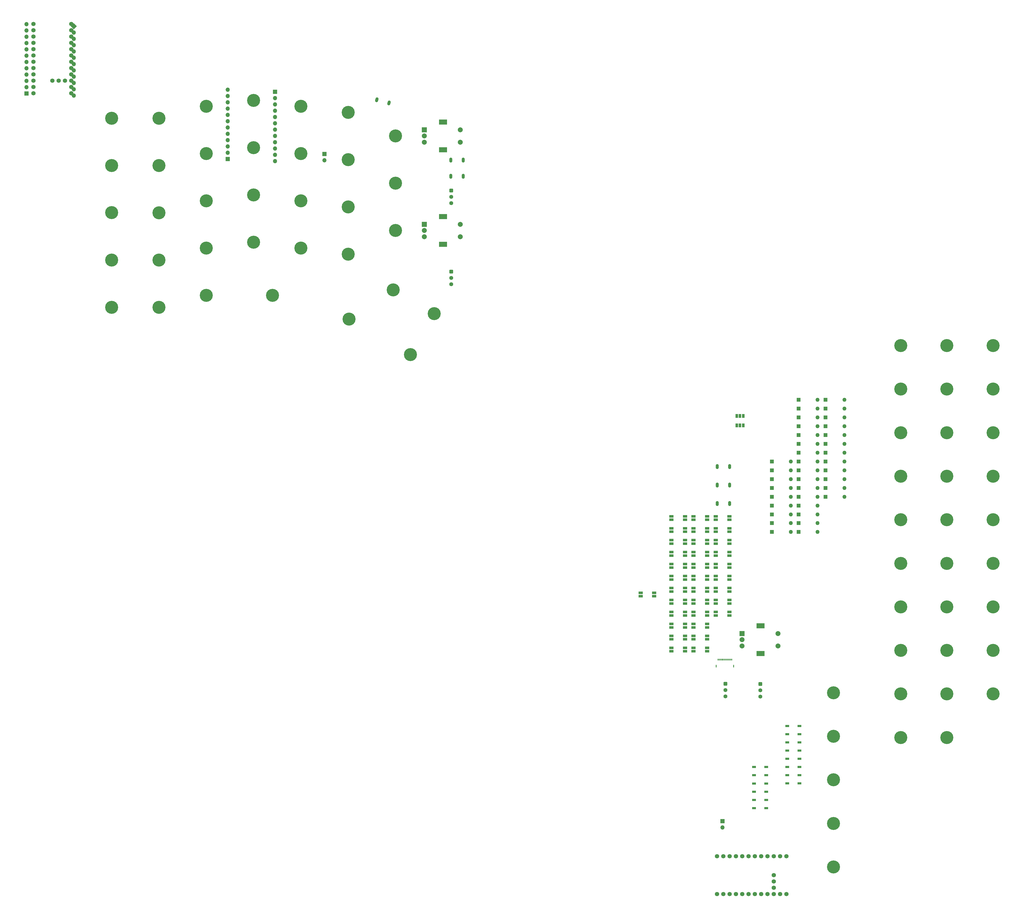
<source format=gbr>
%TF.GenerationSoftware,KiCad,Pcbnew,7.0.8*%
%TF.CreationDate,2024-02-13T23:06:57-05:00*%
%TF.ProjectId,ergothwack,6572676f-7468-4776-9163-6b2e6b696361,rev?*%
%TF.SameCoordinates,Original*%
%TF.FileFunction,Soldermask,Top*%
%TF.FilePolarity,Negative*%
%FSLAX46Y46*%
G04 Gerber Fmt 4.6, Leading zero omitted, Abs format (unit mm)*
G04 Created by KiCad (PCBNEW 7.0.8) date 2024-02-13 23:06:57*
%MOMM*%
%LPD*%
G01*
G04 APERTURE LIST*
G04 Aperture macros list*
%AMRoundRect*
0 Rectangle with rounded corners*
0 $1 Rounding radius*
0 $2 $3 $4 $5 $6 $7 $8 $9 X,Y pos of 4 corners*
0 Add a 4 corners polygon primitive as box body*
4,1,4,$2,$3,$4,$5,$6,$7,$8,$9,$2,$3,0*
0 Add four circle primitives for the rounded corners*
1,1,$1+$1,$2,$3*
1,1,$1+$1,$4,$5*
1,1,$1+$1,$6,$7*
1,1,$1+$1,$8,$9*
0 Add four rect primitives between the rounded corners*
20,1,$1+$1,$2,$3,$4,$5,0*
20,1,$1+$1,$4,$5,$6,$7,0*
20,1,$1+$1,$6,$7,$8,$9,0*
20,1,$1+$1,$8,$9,$2,$3,0*%
%AMHorizOval*
0 Thick line with rounded ends*
0 $1 width*
0 $2 $3 position (X,Y) of the first rounded end (center of the circle)*
0 $4 $5 position (X,Y) of the second rounded end (center of the circle)*
0 Add line between two ends*
20,1,$1,$2,$3,$4,$5,0*
0 Add two circle primitives to create the rounded ends*
1,1,$1,$2,$3*
1,1,$1,$4,$5*%
%AMRotRect*
0 Rectangle, with rotation*
0 The origin of the aperture is its center*
0 $1 length*
0 $2 width*
0 $3 Rotation angle, in degrees counterclockwise*
0 Add horizontal line*
21,1,$1,$2,0,0,$3*%
G04 Aperture macros list end*
%ADD10C,1.600000*%
%ADD11RoundRect,0.400000X0.400000X0.400000X-0.400000X0.400000X-0.400000X-0.400000X0.400000X-0.400000X0*%
%ADD12R,1.700000X1.700000*%
%ADD13O,1.700000X1.700000*%
%ADD14RotRect,1.700000X1.700000X45.000000*%
%ADD15R,1.700000X1.000000*%
%ADD16R,1.500000X0.900000*%
%ADD17O,1.250000X2.000000*%
%ADD18C,5.250000*%
%ADD19R,2.000000X2.000000*%
%ADD20C,2.000000*%
%ADD21R,3.200000X2.000000*%
%ADD22C,1.752600*%
%ADD23R,1.000000X1.500000*%
%ADD24R,0.300000X1.000000*%
%ADD25R,0.300000X0.700000*%
%ADD26HorizOval,1.250000X-0.090721X-0.363861X0.090721X0.363861X0*%
%ADD27R,1.600000X1.600000*%
%ADD28O,1.600000X1.600000*%
G04 APERTURE END LIST*
D10*
%TO.C,L-SW-BATT1*%
X187470000Y-124740000D03*
X187470000Y-122200000D03*
D11*
X187470000Y-119660000D03*
%TD*%
D12*
%TO.C,L-n!n-L-Socket1*%
X116560000Y-47180000D03*
D13*
X116560000Y-49720000D03*
X116560000Y-52260000D03*
X116560000Y-54800000D03*
X116560000Y-57340000D03*
X116560000Y-59880000D03*
X116560000Y-62420000D03*
X116560000Y-64960000D03*
X116560000Y-67500000D03*
X116560000Y-70040000D03*
X116560000Y-72580000D03*
X116560000Y-75120000D03*
%TD*%
%TO.C,L-n!n-L-Adapter1*%
X35530000Y-48690000D03*
X35530000Y-46150000D03*
X35530000Y-43610000D03*
X35530000Y-41070000D03*
X35530000Y-38530000D03*
X35530000Y-35990000D03*
X35530000Y-33450000D03*
X35530000Y-30910000D03*
X35530000Y-28370000D03*
X35530000Y-25830000D03*
X35530000Y-23290000D03*
D14*
X35530000Y-20750000D03*
%TD*%
D12*
%TO.C,J4*%
X16480000Y-47840000D03*
D13*
X16480000Y-45300000D03*
X16480000Y-42760000D03*
X16480000Y-40220000D03*
X16480000Y-37680000D03*
X16480000Y-35140000D03*
X16480000Y-32600000D03*
X16480000Y-30060000D03*
X16480000Y-27520000D03*
X16480000Y-24980000D03*
X16480000Y-22440000D03*
X16480000Y-19900000D03*
%TD*%
%TO.C,J3*%
X97510000Y-46330000D03*
X97510000Y-48870000D03*
X97510000Y-51410000D03*
X97510000Y-53950000D03*
X97510000Y-56490000D03*
X97510000Y-59030000D03*
X97510000Y-61570000D03*
X97510000Y-64110000D03*
X97510000Y-66650000D03*
X97510000Y-69190000D03*
X97510000Y-71730000D03*
D12*
X97510000Y-74270000D03*
%TD*%
D15*
%TO.C,R-K-LED36*%
X299500000Y-256830000D03*
X299500000Y-258230000D03*
X294000000Y-258230000D03*
X294000000Y-256830000D03*
%TD*%
%TO.C,R-K-LED35*%
X299500000Y-252010000D03*
X299500000Y-253410000D03*
X294000000Y-253410000D03*
X294000000Y-252010000D03*
%TD*%
%TO.C,R-K-LED34*%
X299500000Y-247190000D03*
X299500000Y-248590000D03*
X294000000Y-248590000D03*
X294000000Y-247190000D03*
%TD*%
%TO.C,R-K-LED33*%
X299500000Y-242370000D03*
X299500000Y-243770000D03*
X294000000Y-243770000D03*
X294000000Y-242370000D03*
%TD*%
%TO.C,R-K-LED32*%
X299500000Y-237550000D03*
X299500000Y-238950000D03*
X294000000Y-238950000D03*
X294000000Y-237550000D03*
%TD*%
%TO.C,R-K-LED31*%
X299500000Y-232730000D03*
X299500000Y-234130000D03*
X294000000Y-234130000D03*
X294000000Y-232730000D03*
%TD*%
%TO.C,R-K-LED30*%
X299500000Y-227910000D03*
X299500000Y-229310000D03*
X294000000Y-229310000D03*
X294000000Y-227910000D03*
%TD*%
%TO.C,R-K-LED29*%
X299500000Y-223090000D03*
X299500000Y-224490000D03*
X294000000Y-224490000D03*
X294000000Y-223090000D03*
%TD*%
%TO.C,R-K-LED28*%
X299500000Y-218270000D03*
X299500000Y-219670000D03*
X294000000Y-219670000D03*
X294000000Y-218270000D03*
%TD*%
%TO.C,R-K-LED27*%
X290580000Y-271290000D03*
X290580000Y-272690000D03*
X285080000Y-272690000D03*
X285080000Y-271290000D03*
%TD*%
%TO.C,R-K-LED26*%
X290580000Y-266470000D03*
X290580000Y-267870000D03*
X285080000Y-267870000D03*
X285080000Y-266470000D03*
%TD*%
%TO.C,R-K-LED25*%
X290580000Y-261650000D03*
X290580000Y-263050000D03*
X285080000Y-263050000D03*
X285080000Y-261650000D03*
%TD*%
%TO.C,R-K-LED24*%
X290580000Y-256830000D03*
X290580000Y-258230000D03*
X285080000Y-258230000D03*
X285080000Y-256830000D03*
%TD*%
%TO.C,R-K-LED23*%
X290580000Y-252010000D03*
X290580000Y-253410000D03*
X285080000Y-253410000D03*
X285080000Y-252010000D03*
%TD*%
%TO.C,R-K-LED22*%
X290580000Y-247190000D03*
X290580000Y-248590000D03*
X285080000Y-248590000D03*
X285080000Y-247190000D03*
%TD*%
%TO.C,R-K-LED21*%
X290580000Y-242370000D03*
X290580000Y-243770000D03*
X285080000Y-243770000D03*
X285080000Y-242370000D03*
%TD*%
%TO.C,R-K-LED20*%
X290580000Y-237550000D03*
X290580000Y-238950000D03*
X285080000Y-238950000D03*
X285080000Y-237550000D03*
%TD*%
%TO.C,R-K-LED19*%
X290580000Y-232730000D03*
X290580000Y-234130000D03*
X285080000Y-234130000D03*
X285080000Y-232730000D03*
%TD*%
%TO.C,R-K-LED18*%
X290580000Y-227910000D03*
X290580000Y-229310000D03*
X285080000Y-229310000D03*
X285080000Y-227910000D03*
%TD*%
%TO.C,R-K-LED17*%
X290580000Y-223090000D03*
X290580000Y-224490000D03*
X285080000Y-224490000D03*
X285080000Y-223090000D03*
%TD*%
%TO.C,R-K-LED16*%
X290580000Y-218270000D03*
X290580000Y-219670000D03*
X285080000Y-219670000D03*
X285080000Y-218270000D03*
%TD*%
%TO.C,R-K-LED14*%
X281660000Y-271290000D03*
X281660000Y-272690000D03*
X276160000Y-272690000D03*
X276160000Y-271290000D03*
%TD*%
%TO.C,R-K-LED13*%
X281660000Y-266470000D03*
X281660000Y-267870000D03*
X276160000Y-267870000D03*
X276160000Y-266470000D03*
%TD*%
%TO.C,R-K-LED12*%
X281660000Y-261650000D03*
X281660000Y-263050000D03*
X276160000Y-263050000D03*
X276160000Y-261650000D03*
%TD*%
%TO.C,R-K-LED11*%
X281660000Y-256830000D03*
X281660000Y-258230000D03*
X276160000Y-258230000D03*
X276160000Y-256830000D03*
%TD*%
%TO.C,R-K-LED10*%
X281660000Y-252010000D03*
X281660000Y-253410000D03*
X276160000Y-253410000D03*
X276160000Y-252010000D03*
%TD*%
%TO.C,R-K-LED9*%
X281660000Y-247190000D03*
X281660000Y-248590000D03*
X276160000Y-248590000D03*
X276160000Y-247190000D03*
%TD*%
%TO.C,R-K-LED7*%
X281660000Y-242370000D03*
X281660000Y-243770000D03*
X276160000Y-243770000D03*
X276160000Y-242370000D03*
%TD*%
%TO.C,R-K-LED6*%
X281660000Y-237550000D03*
X281660000Y-238950000D03*
X276160000Y-238950000D03*
X276160000Y-237550000D03*
%TD*%
%TO.C,R-K-LED5*%
X281660000Y-232730000D03*
X281660000Y-234130000D03*
X276160000Y-234130000D03*
X276160000Y-232730000D03*
%TD*%
%TO.C,R-K-LED4*%
X281660000Y-227910000D03*
X281660000Y-229310000D03*
X276160000Y-229310000D03*
X276160000Y-227910000D03*
%TD*%
%TO.C,R-K-LED3*%
X281660000Y-223090000D03*
X281660000Y-224490000D03*
X276160000Y-224490000D03*
X276160000Y-223090000D03*
%TD*%
%TO.C,R-K-LED2*%
X281660000Y-218270000D03*
X281660000Y-219670000D03*
X276160000Y-219670000D03*
X276160000Y-218270000D03*
%TD*%
%TO.C,R-K-LED1*%
X269250000Y-249110000D03*
X269250000Y-250510000D03*
X263750000Y-250510000D03*
X263750000Y-249110000D03*
%TD*%
D16*
%TO.C,R-UG-LED6*%
X327700000Y-322630000D03*
X327700000Y-325930000D03*
X322800000Y-325930000D03*
X322800000Y-322630000D03*
%TD*%
%TO.C,R-UG-LED5*%
X327700000Y-316010000D03*
X327700000Y-319310000D03*
X322800000Y-319310000D03*
X322800000Y-316010000D03*
%TD*%
%TO.C,R-UG-LED4*%
X327700000Y-309390000D03*
X327700000Y-312690000D03*
X322800000Y-312690000D03*
X322800000Y-309390000D03*
%TD*%
%TO.C,R-UG-LED3*%
X327700000Y-302770000D03*
X327700000Y-306070000D03*
X322800000Y-306070000D03*
X322800000Y-302770000D03*
%TD*%
%TO.C,R-UG-LED2*%
X314310000Y-332580000D03*
X314310000Y-335880000D03*
X309410000Y-335880000D03*
X309410000Y-332580000D03*
%TD*%
%TO.C,R-UG-LED1*%
X314310000Y-325960000D03*
X314310000Y-329260000D03*
X309410000Y-329260000D03*
X309410000Y-325960000D03*
%TD*%
%TO.C,R-UG-LED0*%
X314310000Y-319340000D03*
X314310000Y-322640000D03*
X309410000Y-322640000D03*
X309410000Y-319340000D03*
%TD*%
D17*
%TO.C,R-TS-RST1*%
X294568000Y-213178400D03*
X299568000Y-213178400D03*
%TD*%
%TO.C,R-TS-LED-UP1*%
X294568000Y-205727600D03*
X299568000Y-205727600D03*
%TD*%
%TO.C,R-TS-LED-DOWN1*%
X294568000Y-198276800D03*
X299568000Y-198276800D03*
%TD*%
D18*
%TO.C,R-SW36*%
X405705000Y-289880000D03*
%TD*%
%TO.C,R-SW35*%
X405705000Y-272330000D03*
%TD*%
%TO.C,R-SW34*%
X405705000Y-254780000D03*
%TD*%
%TO.C,R-SW33*%
X405705000Y-237230000D03*
%TD*%
%TO.C,R-SW32*%
X405705000Y-219680000D03*
%TD*%
%TO.C,R-SW31*%
X405705000Y-202130000D03*
%TD*%
%TO.C,R-SW30*%
X405705000Y-184580000D03*
%TD*%
%TO.C,R-SW29*%
X405705000Y-167030000D03*
%TD*%
%TO.C,R-SW28*%
X405705000Y-149480000D03*
%TD*%
%TO.C,R-SW27*%
X387105000Y-307430000D03*
%TD*%
%TO.C,R-SW26*%
X387105000Y-289880000D03*
%TD*%
%TO.C,R-SW25*%
X387105000Y-272330000D03*
%TD*%
%TO.C,R-SW24*%
X387105000Y-254780000D03*
%TD*%
%TO.C,R-SW23*%
X387105000Y-237230000D03*
%TD*%
%TO.C,R-SW22*%
X387105000Y-219680000D03*
%TD*%
%TO.C,R-SW21*%
X387105000Y-202130000D03*
%TD*%
%TO.C,R-SW20*%
X387105000Y-184580000D03*
%TD*%
%TO.C,R-SW19*%
X387105000Y-167030000D03*
%TD*%
%TO.C,R-SW18*%
X387105000Y-149480000D03*
%TD*%
%TO.C,R-SW17*%
X368505000Y-307430000D03*
%TD*%
%TO.C,R-SW16*%
X368505000Y-289880000D03*
%TD*%
%TO.C,R-SW14*%
X368505000Y-272330000D03*
%TD*%
%TO.C,R-SW13*%
X368505000Y-254780000D03*
%TD*%
%TO.C,R-SW12*%
X368505000Y-237230000D03*
%TD*%
%TO.C,R-SW11*%
X368505000Y-219680000D03*
%TD*%
%TO.C,R-SW10*%
X368505000Y-202130000D03*
%TD*%
%TO.C,R-SW9*%
X368505000Y-184580000D03*
%TD*%
%TO.C,R-SW7*%
X368505000Y-167030000D03*
%TD*%
%TO.C,R-SW6*%
X368505000Y-149480000D03*
%TD*%
%TO.C,R-SW5*%
X341405000Y-359610000D03*
%TD*%
%TO.C,R-SW4*%
X341405000Y-342060000D03*
%TD*%
%TO.C,R-SW3*%
X341405000Y-324510000D03*
%TD*%
%TO.C,R-SW2*%
X341405000Y-306960000D03*
%TD*%
%TO.C,R-SW1*%
X341405000Y-289410000D03*
%TD*%
D11*
%TO.C,R-SW-LED1*%
X311930500Y-285895400D03*
D10*
X311930500Y-288435400D03*
X311930500Y-290975400D03*
%TD*%
D11*
%TO.C,R-SW-BATT1*%
X297910500Y-285765400D03*
D10*
X297910500Y-288305400D03*
X297910500Y-290845400D03*
%TD*%
D19*
%TO.C,R-RE0*%
X304560000Y-265520000D03*
D20*
X304560000Y-270520000D03*
X304560000Y-268020000D03*
D21*
X312060000Y-273620000D03*
X312060000Y-262420000D03*
D20*
X319060000Y-270520000D03*
X319060000Y-265520000D03*
%TD*%
D22*
%TO.C,R-n!n1*%
X294536750Y-370500000D03*
X297076750Y-370500000D03*
X299616750Y-370500000D03*
X302156750Y-370500000D03*
X304696750Y-370500000D03*
X307236750Y-370500000D03*
X309776750Y-370500000D03*
X312316750Y-370500000D03*
X314856750Y-370500000D03*
X317396750Y-370500000D03*
X319936750Y-370500000D03*
X322476750Y-370500000D03*
X322476750Y-355260000D03*
X319936750Y-355260000D03*
X317396750Y-355260000D03*
X314856750Y-355260000D03*
X312316750Y-355260000D03*
X309776750Y-355260000D03*
X307236750Y-355260000D03*
X304696750Y-355260000D03*
X302156750Y-355260000D03*
X299616750Y-355260000D03*
X297076750Y-355260000D03*
X294536750Y-355260000D03*
X317396750Y-367960000D03*
X317396750Y-365420000D03*
X317396750Y-362880000D03*
%TD*%
D23*
%TO.C,R-LED-JP1*%
X302468000Y-181644000D03*
X303768000Y-181644000D03*
X305068000Y-181644000D03*
%TD*%
%TO.C,R-CRQ-JP1*%
X302468000Y-177809000D03*
X303768000Y-177809000D03*
X305068000Y-177809000D03*
%TD*%
D24*
%TO.C,R-CRQ-CONN1*%
X294148000Y-278674000D03*
X301228000Y-278674000D03*
D25*
X294938000Y-276024000D03*
X295438000Y-276024000D03*
X295938000Y-276024000D03*
X296438000Y-276024000D03*
X296938000Y-276024000D03*
X297438000Y-276024000D03*
X297938000Y-276024000D03*
X298438000Y-276024000D03*
X298938000Y-276024000D03*
X299438000Y-276024000D03*
X299938000Y-276024000D03*
X300438000Y-276024000D03*
%TD*%
D12*
%TO.C,R-BATT-CONN1*%
X296700000Y-341145000D03*
D13*
X296700000Y-343685000D03*
%TD*%
D26*
%TO.C,L-TS-RST1*%
X162420000Y-51640000D03*
X157568522Y-50430390D03*
%TD*%
D17*
%TO.C,L-TS-LED-UP1*%
X187340000Y-74720000D03*
X192340000Y-74720000D03*
%TD*%
%TO.C,L-TS-LED-DOWN1*%
X187330000Y-81230000D03*
X192330000Y-81230000D03*
%TD*%
D18*
%TO.C,L-SW38*%
X180630000Y-136580000D03*
%TD*%
%TO.C,L-SW37*%
X171090000Y-153090000D03*
%TD*%
%TO.C,L-SW36*%
X146320000Y-138790000D03*
%TD*%
%TO.C,L-SW35*%
X115550000Y-129260000D03*
%TD*%
%TO.C,L-SW34*%
X88880000Y-129260000D03*
%TD*%
%TO.C,L-SW33*%
X69840000Y-134020000D03*
%TD*%
%TO.C,L-SW32*%
X50780000Y-134020000D03*
%TD*%
%TO.C,L-SW30*%
X164120000Y-127050000D03*
%TD*%
%TO.C,L-SW29*%
X146030000Y-112610000D03*
%TD*%
%TO.C,L-SW28*%
X126980000Y-110210000D03*
%TD*%
%TO.C,L-SW27*%
X107930000Y-107850000D03*
%TD*%
%TO.C,L-SW26*%
X88880000Y-110210000D03*
%TD*%
%TO.C,L-SW25*%
X69840000Y-114970000D03*
%TD*%
%TO.C,L-SW24*%
X50780000Y-114970000D03*
%TD*%
%TO.C,L-SW22*%
X165080000Y-103080000D03*
%TD*%
%TO.C,L-SW21*%
X146030000Y-93550000D03*
%TD*%
%TO.C,L-SW20*%
X126980000Y-91160000D03*
%TD*%
%TO.C,L-SW19*%
X107930000Y-88780000D03*
%TD*%
%TO.C,L-SW18*%
X88880000Y-91160000D03*
%TD*%
%TO.C,L-SW17*%
X69830000Y-95920000D03*
%TD*%
%TO.C,L-SW16*%
X50790000Y-95910000D03*
%TD*%
%TO.C,L-SW14*%
X165090000Y-84030000D03*
%TD*%
%TO.C,L-SW13*%
X146030000Y-74510000D03*
%TD*%
%TO.C,L-SW12*%
X126980000Y-72110000D03*
%TD*%
%TO.C,L-SW11*%
X107940000Y-69750000D03*
%TD*%
%TO.C,L-SW10*%
X88880000Y-72110000D03*
%TD*%
%TO.C,L-SW9*%
X69830000Y-76870000D03*
%TD*%
%TO.C,L-SW8*%
X50790000Y-76870000D03*
%TD*%
%TO.C,L-SW6*%
X165080000Y-64980000D03*
%TD*%
%TO.C,L-SW5*%
X146030000Y-55460000D03*
%TD*%
%TO.C,L-SW4*%
X126990000Y-53060000D03*
%TD*%
%TO.C,L-SW3*%
X107930000Y-50700000D03*
%TD*%
%TO.C,L-SW2*%
X88890000Y-53060000D03*
%TD*%
%TO.C,L-SW1*%
X69830000Y-57820000D03*
%TD*%
%TO.C,L-SW0*%
X50780000Y-57820000D03*
%TD*%
D11*
%TO.C,L-SW-LED1*%
X187470500Y-86965400D03*
D10*
X187470500Y-89505400D03*
X187470500Y-92045400D03*
%TD*%
D20*
%TO.C,L-RE1*%
X191170000Y-100580000D03*
X191170000Y-105580000D03*
D21*
X184170000Y-97480000D03*
X184170000Y-108680000D03*
D20*
X176670000Y-103080000D03*
X176670000Y-105580000D03*
D19*
X176670000Y-100580000D03*
%TD*%
D20*
%TO.C,L-RE0*%
X191170000Y-62480000D03*
X191170000Y-67480000D03*
D21*
X184170000Y-59380000D03*
X184170000Y-70580000D03*
D20*
X176670000Y-64980000D03*
X176670000Y-67480000D03*
D19*
X176670000Y-62480000D03*
%TD*%
D22*
%TO.C,L-n!n1*%
X26870000Y-42740000D03*
X29410000Y-42740000D03*
X31950000Y-42740000D03*
X19250000Y-19880000D03*
X19250000Y-22420000D03*
X19250000Y-24960000D03*
X19250000Y-27500000D03*
X19250000Y-30040000D03*
X19250000Y-32580000D03*
X19250000Y-35120000D03*
X19250000Y-37660000D03*
X19250000Y-40200000D03*
X19250000Y-42740000D03*
X19250000Y-45280000D03*
X19250000Y-47820000D03*
X34490000Y-47820000D03*
X34490000Y-45280000D03*
X34490000Y-42740000D03*
X34490000Y-40200000D03*
X34490000Y-37660000D03*
X34490000Y-35120000D03*
X34490000Y-32580000D03*
X34490000Y-30040000D03*
X34490000Y-27500000D03*
X34490000Y-24960000D03*
X34490000Y-22420000D03*
X34490000Y-19880000D03*
%TD*%
D12*
%TO.C,L-BATT-CONN1*%
X136470000Y-72225000D03*
D13*
X136470000Y-74765000D03*
%TD*%
D27*
%TO.C,R-D29*%
X338180000Y-210400000D03*
D28*
X345800000Y-210400000D03*
%TD*%
D27*
%TO.C,R-D21*%
X338180000Y-206850000D03*
D28*
X345800000Y-206850000D03*
%TD*%
D27*
%TO.C,R-D14*%
X338180000Y-203300000D03*
D28*
X345800000Y-203300000D03*
%TD*%
D27*
%TO.C,R-D7*%
X338180000Y-199750000D03*
D28*
X345800000Y-199750000D03*
%TD*%
D27*
%TO.C,R-D35*%
X338180000Y-196200000D03*
D28*
X345800000Y-196200000D03*
%TD*%
D27*
%TO.C,R-D28*%
X338180000Y-192650000D03*
D28*
X345800000Y-192650000D03*
%TD*%
D27*
%TO.C,R-D20*%
X338180000Y-189100000D03*
D28*
X345800000Y-189100000D03*
%TD*%
D27*
%TO.C,R-D13*%
X338180000Y-185550000D03*
D28*
X345800000Y-185550000D03*
%TD*%
D27*
%TO.C,R-D6*%
X338180000Y-182000000D03*
D28*
X345800000Y-182000000D03*
%TD*%
D27*
%TO.C,R-D34*%
X338180000Y-178450000D03*
D28*
X345800000Y-178450000D03*
%TD*%
D27*
%TO.C,R-D27*%
X338180000Y-174900000D03*
D28*
X345800000Y-174900000D03*
%TD*%
D27*
%TO.C,R-D19*%
X338180000Y-171350000D03*
D28*
X345800000Y-171350000D03*
%TD*%
D27*
%TO.C,R-D12*%
X327410000Y-224600000D03*
D28*
X335030000Y-224600000D03*
%TD*%
D27*
%TO.C,R-D5*%
X327410000Y-221050000D03*
D28*
X335030000Y-221050000D03*
%TD*%
D27*
%TO.C,R-D33*%
X327410000Y-217500000D03*
D28*
X335030000Y-217500000D03*
%TD*%
D27*
%TO.C,R-D26*%
X327410000Y-213950000D03*
D28*
X335030000Y-213950000D03*
%TD*%
D27*
%TO.C,R-D18*%
X327410000Y-210400000D03*
D28*
X335030000Y-210400000D03*
%TD*%
D27*
%TO.C,R-D11*%
X327410000Y-206850000D03*
D28*
X335030000Y-206850000D03*
%TD*%
D27*
%TO.C,R-D4*%
X327410000Y-203300000D03*
D28*
X335030000Y-203300000D03*
%TD*%
D27*
%TO.C,R-D25*%
X327410000Y-199750000D03*
D28*
X335030000Y-199750000D03*
%TD*%
D27*
%TO.C,R-D17*%
X327410000Y-196200000D03*
D28*
X335030000Y-196200000D03*
%TD*%
D27*
%TO.C,R-D10*%
X327410000Y-192650000D03*
D28*
X335030000Y-192650000D03*
%TD*%
D27*
%TO.C,R-D3*%
X327410000Y-189100000D03*
D28*
X335030000Y-189100000D03*
%TD*%
D27*
%TO.C,R-D32*%
X327410000Y-185550000D03*
D28*
X335030000Y-185550000D03*
%TD*%
D27*
%TO.C,R-D24*%
X327410000Y-182000000D03*
D28*
X335030000Y-182000000D03*
%TD*%
D27*
%TO.C,R-D16*%
X327410000Y-178450000D03*
D28*
X335030000Y-178450000D03*
%TD*%
D27*
%TO.C,R-D9*%
X327410000Y-174900000D03*
D28*
X335030000Y-174900000D03*
%TD*%
D27*
%TO.C,R-D2*%
X327410000Y-171350000D03*
D28*
X335030000Y-171350000D03*
%TD*%
D27*
%TO.C,R-D31*%
X316640000Y-224600000D03*
D28*
X324260000Y-224600000D03*
%TD*%
D27*
%TO.C,R-D23*%
X316640000Y-221050000D03*
D28*
X324260000Y-221050000D03*
%TD*%
D27*
%TO.C,R-D36*%
X316640000Y-217500000D03*
D28*
X324260000Y-217500000D03*
%TD*%
D27*
%TO.C,R-D1*%
X316640000Y-213950000D03*
D28*
X324260000Y-213950000D03*
%TD*%
D27*
%TO.C,R-D30*%
X316640000Y-210400000D03*
D28*
X324260000Y-210400000D03*
%TD*%
D27*
%TO.C,R-D22*%
X316640000Y-206850000D03*
D28*
X324260000Y-206850000D03*
%TD*%
D27*
%TO.C,R-D15*%
X316640000Y-203300000D03*
D28*
X324260000Y-203300000D03*
%TD*%
D27*
%TO.C,R-D8*%
X316640000Y-199750000D03*
D28*
X324260000Y-199750000D03*
%TD*%
D27*
%TO.C,R-D0*%
X316640000Y-196200000D03*
D28*
X324260000Y-196200000D03*
%TD*%
M02*

</source>
